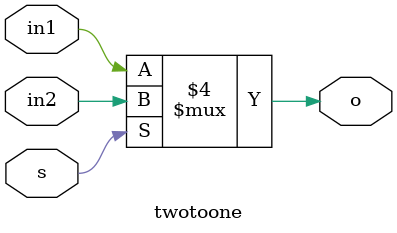
<source format=v>
/*aken from 2015 midterm question 5. See also the first part of this question: mt2015_muxdff

Mt2015 muxdff.png

Write the Verilog code for this sequential circuit (Submodules are ok, but the top-level must be named top_module).
 Assume that you are going to implement the circuit on the DE1-SoC board. Connect the R inputs to the SW switches, 
 connect Clock to KEY[0], and L to KEY[1].
 Connect the Q outputs to the red lights LEDR.
 */
module top_module (
	input [2:0] SW,      // R
	input [1:0] KEY,     // L and clk
	output [2:0] LEDR);  // Q
    wire [2:0]r;
    wire l,clk;
    wire w1,w2,w3,w4;
    assign r[2:0]=SW[2:0];
    assign l=KEY[1];
    assign clk=KEY[0];
    
    twotoone one(l,LEDR[2],r[0],w1);
    dflip inst1(clk,w1,LEDR[0]);
    twotoone two(l,LEDR[0],r[1],w2);
    dflip inst2(clk,w2,LEDR[1]);
    assign w3=LEDR[1]^LEDR[2];
    twotoone three(l,w3,r[2],w4);
    dflip inst3(clk,w4,LEDR[2]);
    

endmodule
module dflip(input clk,d,output q);
    always@(posedge clk)
        begin
          q<=d;           
        end
endmodule
module twotoone(input s,in1,in2,output reg o);
    always@(*)
        begin
            if(s==0)
                o=in1;
            else
                o=in2;
        end
endmodule
</source>
